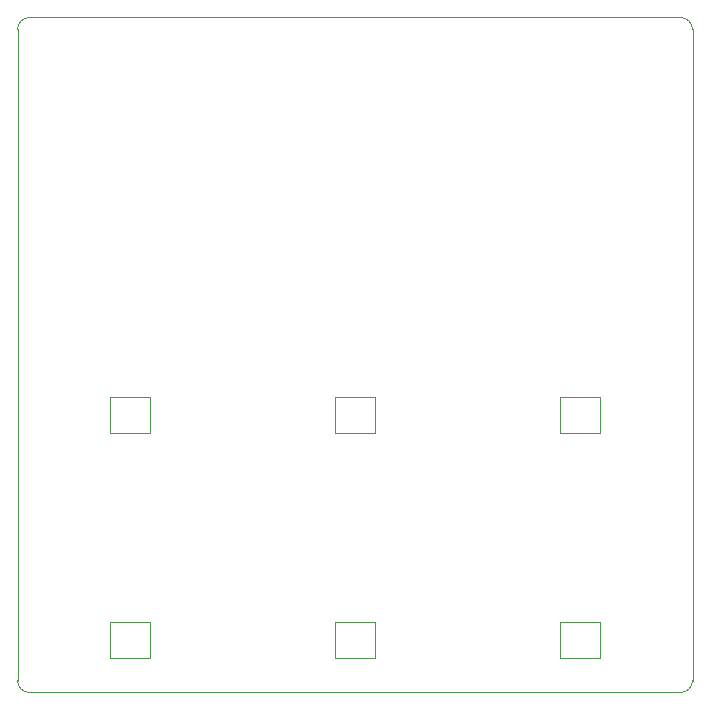
<source format=gbr>
%TF.GenerationSoftware,KiCad,Pcbnew,7.0.7*%
%TF.CreationDate,2023-09-20T23:35:26+09:00*%
%TF.ProjectId,Proto6,50726f74-6f36-42e6-9b69-6361645f7063,rev?*%
%TF.SameCoordinates,Original*%
%TF.FileFunction,Profile,NP*%
%FSLAX46Y46*%
G04 Gerber Fmt 4.6, Leading zero omitted, Abs format (unit mm)*
G04 Created by KiCad (PCBNEW 7.0.7) date 2023-09-20 23:35:26*
%MOMM*%
%LPD*%
G01*
G04 APERTURE LIST*
%TA.AperFunction,Profile*%
%ADD10C,0.100000*%
%TD*%
%TA.AperFunction,Profile*%
%ADD11C,0.120000*%
%TD*%
G04 APERTURE END LIST*
D10*
X103775000Y-104775000D02*
X48625000Y-104775000D01*
X103775000Y-104775000D02*
G75*
G03*
X104775000Y-103775000I0J1000000D01*
G01*
X104775000Y-48625000D02*
X104775000Y-103775000D01*
X47625000Y-103775000D02*
X47625000Y-48625000D01*
X104775000Y-48625000D02*
G75*
G03*
X103775000Y-47625000I-1000000J0D01*
G01*
X48625000Y-47625000D02*
X103775000Y-47625000D01*
X47625000Y-103775000D02*
G75*
G03*
X48625000Y-104775000I1000000J0D01*
G01*
X48625000Y-47625000D02*
G75*
G03*
X47625000Y-48625000I0J-1000000D01*
G01*
D11*
%TO.C,LED5*%
X74500000Y-98830000D02*
X74500000Y-101830000D01*
X74500000Y-101830000D02*
X77900000Y-101830000D01*
X77900000Y-98830000D02*
X74500000Y-98830000D01*
X77900000Y-101830000D02*
X77900000Y-98830000D01*
%TO.C,LED2*%
X77900000Y-82780000D02*
X77900000Y-79780000D01*
X77900000Y-79780000D02*
X74500000Y-79780000D01*
X74500000Y-82780000D02*
X77900000Y-82780000D01*
X74500000Y-79780000D02*
X74500000Y-82780000D01*
%TO.C,LED6*%
X55450000Y-98830000D02*
X55450000Y-101830000D01*
X55450000Y-101830000D02*
X58850000Y-101830000D01*
X58850000Y-98830000D02*
X55450000Y-98830000D01*
X58850000Y-101830000D02*
X58850000Y-98830000D01*
%TO.C,LED3*%
X96950000Y-82780000D02*
X96950000Y-79780000D01*
X96950000Y-79780000D02*
X93550000Y-79780000D01*
X93550000Y-82780000D02*
X96950000Y-82780000D01*
X93550000Y-79780000D02*
X93550000Y-82780000D01*
%TO.C,LED4*%
X93550000Y-98830000D02*
X93550000Y-101830000D01*
X93550000Y-101830000D02*
X96950000Y-101830000D01*
X96950000Y-98830000D02*
X93550000Y-98830000D01*
X96950000Y-101830000D02*
X96950000Y-98830000D01*
%TO.C,LED1*%
X58850000Y-82780000D02*
X58850000Y-79780000D01*
X58850000Y-79780000D02*
X55450000Y-79780000D01*
X55450000Y-82780000D02*
X58850000Y-82780000D01*
X55450000Y-79780000D02*
X55450000Y-82780000D01*
%TD*%
M02*

</source>
